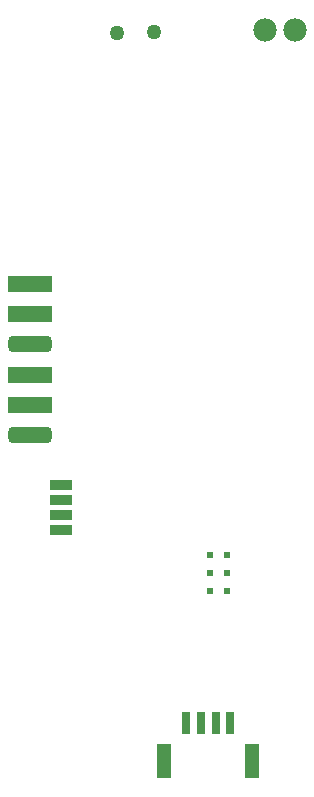
<source format=gbs>
G04*
G04 #@! TF.GenerationSoftware,Altium Limited,Altium Designer,19.1.8 (144)*
G04*
G04 Layer_Color=16711935*
%FSLAX44Y44*%
%MOMM*%
G71*
G01*
G75*
%ADD96C,1.2700*%
%ADD98C,1.9812*%
%ADD99C,0.6032*%
G04:AMPARAMS|DCode=118|XSize=1.4032mm|YSize=3.7032mm|CornerRadius=0.4016mm|HoleSize=0mm|Usage=FLASHONLY|Rotation=90.000|XOffset=0mm|YOffset=0mm|HoleType=Round|Shape=RoundedRectangle|*
%AMROUNDEDRECTD118*
21,1,1.4032,2.9000,0,0,90.0*
21,1,0.6000,3.7032,0,0,90.0*
1,1,0.8032,1.4500,0.3000*
1,1,0.8032,1.4500,-0.3000*
1,1,0.8032,-1.4500,-0.3000*
1,1,0.8032,-1.4500,0.3000*
%
%ADD118ROUNDEDRECTD118*%
%ADD119R,3.7032X1.4032*%
%ADD120R,1.2032X2.9032*%
%ADD121R,0.8032X1.9032*%
%ADD122R,1.9032X0.9032*%
D96*
X1540510Y1108710D02*
D03*
X1508760Y1107440D02*
D03*
D98*
X1634490Y1109980D02*
D03*
X1659890D02*
D03*
D99*
X1587500Y635240D02*
D03*
X1602500D02*
D03*
Y665240D02*
D03*
X1587500D02*
D03*
Y650240D02*
D03*
X1602500D02*
D03*
D118*
X1435100Y844550D02*
D03*
Y767080D02*
D03*
D119*
Y895350D02*
D03*
Y869950D02*
D03*
Y817880D02*
D03*
Y792480D02*
D03*
D120*
X1549080Y491240D02*
D03*
X1623580D02*
D03*
D121*
X1567580Y523240D02*
D03*
X1580080D02*
D03*
X1605080D02*
D03*
X1592580D02*
D03*
D122*
X1461770Y687070D02*
D03*
Y699570D02*
D03*
Y712070D02*
D03*
Y724570D02*
D03*
M02*

</source>
